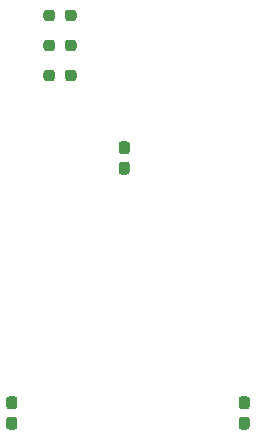
<source format=gbr>
%TF.GenerationSoftware,KiCad,Pcbnew,(5.1.10)-1*%
%TF.CreationDate,2021-12-30T15:20:08-05:00*%
%TF.ProjectId,LPCMangler,4c50434d-616e-4676-9c65-722e6b696361,rev?*%
%TF.SameCoordinates,Original*%
%TF.FileFunction,Paste,Top*%
%TF.FilePolarity,Positive*%
%FSLAX46Y46*%
G04 Gerber Fmt 4.6, Leading zero omitted, Abs format (unit mm)*
G04 Created by KiCad (PCBNEW (5.1.10)-1) date 2021-12-30 15:20:08*
%MOMM*%
%LPD*%
G01*
G04 APERTURE LIST*
G04 APERTURE END LIST*
%TO.C,R3*%
G36*
G01*
X149712500Y-67707500D02*
X149712500Y-68182500D01*
G75*
G02*
X149475000Y-68420000I-237500J0D01*
G01*
X148975000Y-68420000D01*
G75*
G02*
X148737500Y-68182500I0J237500D01*
G01*
X148737500Y-67707500D01*
G75*
G02*
X148975000Y-67470000I237500J0D01*
G01*
X149475000Y-67470000D01*
G75*
G02*
X149712500Y-67707500I0J-237500D01*
G01*
G37*
G36*
G01*
X151537500Y-67707500D02*
X151537500Y-68182500D01*
G75*
G02*
X151300000Y-68420000I-237500J0D01*
G01*
X150800000Y-68420000D01*
G75*
G02*
X150562500Y-68182500I0J237500D01*
G01*
X150562500Y-67707500D01*
G75*
G02*
X150800000Y-67470000I237500J0D01*
G01*
X151300000Y-67470000D01*
G75*
G02*
X151537500Y-67707500I0J-237500D01*
G01*
G37*
%TD*%
%TO.C,R2*%
G36*
G01*
X149712500Y-70247500D02*
X149712500Y-70722500D01*
G75*
G02*
X149475000Y-70960000I-237500J0D01*
G01*
X148975000Y-70960000D01*
G75*
G02*
X148737500Y-70722500I0J237500D01*
G01*
X148737500Y-70247500D01*
G75*
G02*
X148975000Y-70010000I237500J0D01*
G01*
X149475000Y-70010000D01*
G75*
G02*
X149712500Y-70247500I0J-237500D01*
G01*
G37*
G36*
G01*
X151537500Y-70247500D02*
X151537500Y-70722500D01*
G75*
G02*
X151300000Y-70960000I-237500J0D01*
G01*
X150800000Y-70960000D01*
G75*
G02*
X150562500Y-70722500I0J237500D01*
G01*
X150562500Y-70247500D01*
G75*
G02*
X150800000Y-70010000I237500J0D01*
G01*
X151300000Y-70010000D01*
G75*
G02*
X151537500Y-70247500I0J-237500D01*
G01*
G37*
%TD*%
%TO.C,R1*%
G36*
G01*
X149712500Y-72787500D02*
X149712500Y-73262500D01*
G75*
G02*
X149475000Y-73500000I-237500J0D01*
G01*
X148975000Y-73500000D01*
G75*
G02*
X148737500Y-73262500I0J237500D01*
G01*
X148737500Y-72787500D01*
G75*
G02*
X148975000Y-72550000I237500J0D01*
G01*
X149475000Y-72550000D01*
G75*
G02*
X149712500Y-72787500I0J-237500D01*
G01*
G37*
G36*
G01*
X151537500Y-72787500D02*
X151537500Y-73262500D01*
G75*
G02*
X151300000Y-73500000I-237500J0D01*
G01*
X150800000Y-73500000D01*
G75*
G02*
X150562500Y-73262500I0J237500D01*
G01*
X150562500Y-72787500D01*
G75*
G02*
X150800000Y-72550000I237500J0D01*
G01*
X151300000Y-72550000D01*
G75*
G02*
X151537500Y-72787500I0J-237500D01*
G01*
G37*
%TD*%
%TO.C,C3*%
G36*
G01*
X155337500Y-80335000D02*
X155812500Y-80335000D01*
G75*
G02*
X156050000Y-80572500I0J-237500D01*
G01*
X156050000Y-81172500D01*
G75*
G02*
X155812500Y-81410000I-237500J0D01*
G01*
X155337500Y-81410000D01*
G75*
G02*
X155100000Y-81172500I0J237500D01*
G01*
X155100000Y-80572500D01*
G75*
G02*
X155337500Y-80335000I237500J0D01*
G01*
G37*
G36*
G01*
X155337500Y-78610000D02*
X155812500Y-78610000D01*
G75*
G02*
X156050000Y-78847500I0J-237500D01*
G01*
X156050000Y-79447500D01*
G75*
G02*
X155812500Y-79685000I-237500J0D01*
G01*
X155337500Y-79685000D01*
G75*
G02*
X155100000Y-79447500I0J237500D01*
G01*
X155100000Y-78847500D01*
G75*
G02*
X155337500Y-78610000I237500J0D01*
G01*
G37*
%TD*%
%TO.C,C2*%
G36*
G01*
X146287500Y-101275000D02*
X145812500Y-101275000D01*
G75*
G02*
X145575000Y-101037500I0J237500D01*
G01*
X145575000Y-100437500D01*
G75*
G02*
X145812500Y-100200000I237500J0D01*
G01*
X146287500Y-100200000D01*
G75*
G02*
X146525000Y-100437500I0J-237500D01*
G01*
X146525000Y-101037500D01*
G75*
G02*
X146287500Y-101275000I-237500J0D01*
G01*
G37*
G36*
G01*
X146287500Y-103000000D02*
X145812500Y-103000000D01*
G75*
G02*
X145575000Y-102762500I0J237500D01*
G01*
X145575000Y-102162500D01*
G75*
G02*
X145812500Y-101925000I237500J0D01*
G01*
X146287500Y-101925000D01*
G75*
G02*
X146525000Y-102162500I0J-237500D01*
G01*
X146525000Y-102762500D01*
G75*
G02*
X146287500Y-103000000I-237500J0D01*
G01*
G37*
%TD*%
%TO.C,C1*%
G36*
G01*
X165972500Y-101275000D02*
X165497500Y-101275000D01*
G75*
G02*
X165260000Y-101037500I0J237500D01*
G01*
X165260000Y-100437500D01*
G75*
G02*
X165497500Y-100200000I237500J0D01*
G01*
X165972500Y-100200000D01*
G75*
G02*
X166210000Y-100437500I0J-237500D01*
G01*
X166210000Y-101037500D01*
G75*
G02*
X165972500Y-101275000I-237500J0D01*
G01*
G37*
G36*
G01*
X165972500Y-103000000D02*
X165497500Y-103000000D01*
G75*
G02*
X165260000Y-102762500I0J237500D01*
G01*
X165260000Y-102162500D01*
G75*
G02*
X165497500Y-101925000I237500J0D01*
G01*
X165972500Y-101925000D01*
G75*
G02*
X166210000Y-102162500I0J-237500D01*
G01*
X166210000Y-102762500D01*
G75*
G02*
X165972500Y-103000000I-237500J0D01*
G01*
G37*
%TD*%
M02*

</source>
